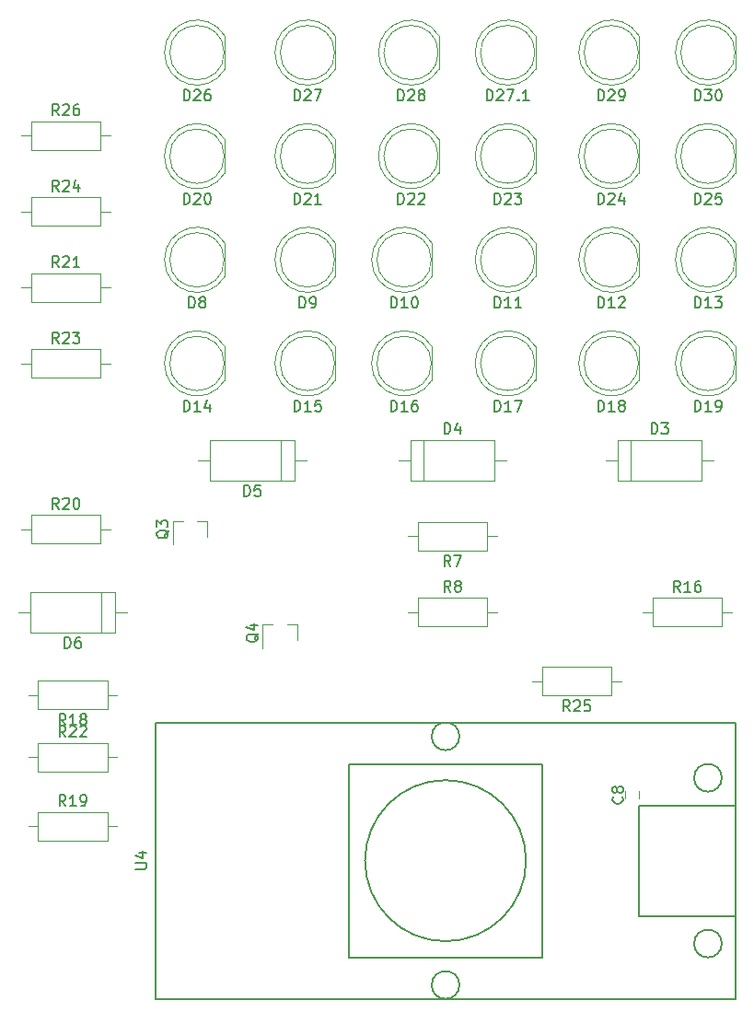
<source format=gbr>
G04 #@! TF.GenerationSoftware,KiCad,Pcbnew,(5.1.4)-1*
G04 #@! TF.CreationDate,2019-10-14T12:16:32+11:00*
G04 #@! TF.ProjectId,FoxCam,466f7843-616d-42e6-9b69-6361645f7063,rev?*
G04 #@! TF.SameCoordinates,Original*
G04 #@! TF.FileFunction,Legend,Top*
G04 #@! TF.FilePolarity,Positive*
%FSLAX46Y46*%
G04 Gerber Fmt 4.6, Leading zero omitted, Abs format (unit mm)*
G04 Created by KiCad (PCBNEW (5.1.4)-1) date 2019-10-14 12:16:32*
%MOMM*%
%LPD*%
G04 APERTURE LIST*
%ADD10C,0.120000*%
%ADD11C,0.150000*%
G04 APERTURE END LIST*
D10*
X175295000Y-100360000D02*
X175295000Y-99660000D01*
X176495000Y-99660000D02*
X176495000Y-100360000D01*
X162595000Y-77510000D02*
X162595000Y-74890000D01*
X162595000Y-74890000D02*
X156175000Y-74890000D01*
X156175000Y-74890000D02*
X156175000Y-77510000D01*
X156175000Y-77510000D02*
X162595000Y-77510000D01*
X163485000Y-76200000D02*
X162595000Y-76200000D01*
X155285000Y-76200000D02*
X156175000Y-76200000D01*
X156175000Y-81875000D02*
X156175000Y-84495000D01*
X156175000Y-84495000D02*
X162595000Y-84495000D01*
X162595000Y-84495000D02*
X162595000Y-81875000D01*
X162595000Y-81875000D02*
X156175000Y-81875000D01*
X155285000Y-83185000D02*
X156175000Y-83185000D01*
X163485000Y-83185000D02*
X162595000Y-83185000D01*
X177765000Y-81875000D02*
X177765000Y-84495000D01*
X177765000Y-84495000D02*
X184185000Y-84495000D01*
X184185000Y-84495000D02*
X184185000Y-81875000D01*
X184185000Y-81875000D02*
X177765000Y-81875000D01*
X176875000Y-83185000D02*
X177765000Y-83185000D01*
X185075000Y-83185000D02*
X184185000Y-83185000D01*
X127670000Y-92115000D02*
X127670000Y-89495000D01*
X127670000Y-89495000D02*
X121250000Y-89495000D01*
X121250000Y-89495000D02*
X121250000Y-92115000D01*
X121250000Y-92115000D02*
X127670000Y-92115000D01*
X128560000Y-90805000D02*
X127670000Y-90805000D01*
X120360000Y-90805000D02*
X121250000Y-90805000D01*
X121250000Y-101560000D02*
X121250000Y-104180000D01*
X121250000Y-104180000D02*
X127670000Y-104180000D01*
X127670000Y-104180000D02*
X127670000Y-101560000D01*
X127670000Y-101560000D02*
X121250000Y-101560000D01*
X120360000Y-102870000D02*
X121250000Y-102870000D01*
X128560000Y-102870000D02*
X127670000Y-102870000D01*
X120615000Y-74255000D02*
X120615000Y-76875000D01*
X120615000Y-76875000D02*
X127035000Y-76875000D01*
X127035000Y-76875000D02*
X127035000Y-74255000D01*
X127035000Y-74255000D02*
X120615000Y-74255000D01*
X119725000Y-75565000D02*
X120615000Y-75565000D01*
X127925000Y-75565000D02*
X127035000Y-75565000D01*
X121250000Y-95210000D02*
X121250000Y-97830000D01*
X121250000Y-97830000D02*
X127670000Y-97830000D01*
X127670000Y-97830000D02*
X127670000Y-95210000D01*
X127670000Y-95210000D02*
X121250000Y-95210000D01*
X120360000Y-96520000D02*
X121250000Y-96520000D01*
X128560000Y-96520000D02*
X127670000Y-96520000D01*
X120615000Y-52030000D02*
X120615000Y-54650000D01*
X120615000Y-54650000D02*
X127035000Y-54650000D01*
X127035000Y-54650000D02*
X127035000Y-52030000D01*
X127035000Y-52030000D02*
X120615000Y-52030000D01*
X119725000Y-53340000D02*
X120615000Y-53340000D01*
X127925000Y-53340000D02*
X127035000Y-53340000D01*
X120615000Y-59015000D02*
X120615000Y-61635000D01*
X120615000Y-61635000D02*
X127035000Y-61635000D01*
X127035000Y-61635000D02*
X127035000Y-59015000D01*
X127035000Y-59015000D02*
X120615000Y-59015000D01*
X119725000Y-60325000D02*
X120615000Y-60325000D01*
X127925000Y-60325000D02*
X127035000Y-60325000D01*
X120615000Y-45045000D02*
X120615000Y-47665000D01*
X120615000Y-47665000D02*
X127035000Y-47665000D01*
X127035000Y-47665000D02*
X127035000Y-45045000D01*
X127035000Y-45045000D02*
X120615000Y-45045000D01*
X119725000Y-46355000D02*
X120615000Y-46355000D01*
X127925000Y-46355000D02*
X127035000Y-46355000D01*
X174025000Y-90845000D02*
X174025000Y-88225000D01*
X174025000Y-88225000D02*
X167605000Y-88225000D01*
X167605000Y-88225000D02*
X167605000Y-90845000D01*
X167605000Y-90845000D02*
X174025000Y-90845000D01*
X174915000Y-89535000D02*
X174025000Y-89535000D01*
X166715000Y-89535000D02*
X167605000Y-89535000D01*
X120615000Y-38060000D02*
X120615000Y-40680000D01*
X120615000Y-40680000D02*
X127035000Y-40680000D01*
X127035000Y-40680000D02*
X127035000Y-38060000D01*
X127035000Y-38060000D02*
X120615000Y-38060000D01*
X119725000Y-39370000D02*
X120615000Y-39370000D01*
X127925000Y-39370000D02*
X127035000Y-39370000D01*
D11*
X160020000Y-117475000D02*
G75*
G03X160020000Y-117475000I-1270000J0D01*
G01*
X160020000Y-94615000D02*
G75*
G03X160020000Y-94615000I-1270000J0D01*
G01*
X167640000Y-114935000D02*
X149860000Y-114935000D01*
X167640000Y-97155000D02*
X167640000Y-114935000D01*
X149860000Y-97155000D02*
X167640000Y-97155000D01*
X149860000Y-114935000D02*
X149860000Y-97155000D01*
X166155309Y-106045000D02*
G75*
G03X166155309Y-106045000I-7405309J0D01*
G01*
X184150000Y-113665000D02*
G75*
G03X184150000Y-113665000I-1270000J0D01*
G01*
X184150000Y-98425000D02*
G75*
G03X184150000Y-98425000I-1270000J0D01*
G01*
X176530000Y-100965000D02*
X185420000Y-100965000D01*
X176530000Y-111125000D02*
X176530000Y-100965000D01*
X185420000Y-111125000D02*
X176530000Y-111125000D01*
X132080000Y-118745000D02*
X132080000Y-117475000D01*
X185420000Y-118745000D02*
X132080000Y-118745000D01*
X185420000Y-93345000D02*
X185420000Y-118745000D01*
X185420000Y-93345000D02*
X132080000Y-93345000D01*
X132080000Y-94615000D02*
X132080000Y-93345000D01*
X132080000Y-117475000D02*
X132080000Y-94615000D01*
D10*
X179890000Y-31749538D02*
G75*
G03X185440000Y-33294830I2990000J-462D01*
G01*
X179890000Y-31750462D02*
G75*
G02X185440000Y-30205170I2990000J462D01*
G01*
X185380000Y-31750000D02*
G75*
G03X185380000Y-31750000I-2500000J0D01*
G01*
X185440000Y-33295000D02*
X185440000Y-30205000D01*
X171000000Y-31749538D02*
G75*
G03X176550000Y-33294830I2990000J-462D01*
G01*
X171000000Y-31750462D02*
G75*
G02X176550000Y-30205170I2990000J462D01*
G01*
X176490000Y-31750000D02*
G75*
G03X176490000Y-31750000I-2500000J0D01*
G01*
X176550000Y-33295000D02*
X176550000Y-30205000D01*
X152585000Y-31749538D02*
G75*
G03X158135000Y-33294830I2990000J-462D01*
G01*
X152585000Y-31750462D02*
G75*
G02X158135000Y-30205170I2990000J462D01*
G01*
X158075000Y-31750000D02*
G75*
G03X158075000Y-31750000I-2500000J0D01*
G01*
X158135000Y-33295000D02*
X158135000Y-30205000D01*
X161475000Y-31749538D02*
G75*
G03X167025000Y-33294830I2990000J-462D01*
G01*
X161475000Y-31750462D02*
G75*
G02X167025000Y-30205170I2990000J462D01*
G01*
X166965000Y-31750000D02*
G75*
G03X166965000Y-31750000I-2500000J0D01*
G01*
X167025000Y-33295000D02*
X167025000Y-30205000D01*
X143060000Y-31749538D02*
G75*
G03X148610000Y-33294830I2990000J-462D01*
G01*
X143060000Y-31750462D02*
G75*
G02X148610000Y-30205170I2990000J462D01*
G01*
X148550000Y-31750000D02*
G75*
G03X148550000Y-31750000I-2500000J0D01*
G01*
X148610000Y-33295000D02*
X148610000Y-30205000D01*
X132900000Y-31749538D02*
G75*
G03X138450000Y-33294830I2990000J-462D01*
G01*
X132900000Y-31750462D02*
G75*
G02X138450000Y-30205170I2990000J462D01*
G01*
X138390000Y-31750000D02*
G75*
G03X138390000Y-31750000I-2500000J0D01*
G01*
X138450000Y-33295000D02*
X138450000Y-30205000D01*
X179890000Y-41274538D02*
G75*
G03X185440000Y-42819830I2990000J-462D01*
G01*
X179890000Y-41275462D02*
G75*
G02X185440000Y-39730170I2990000J462D01*
G01*
X185380000Y-41275000D02*
G75*
G03X185380000Y-41275000I-2500000J0D01*
G01*
X185440000Y-42820000D02*
X185440000Y-39730000D01*
X171000000Y-41274538D02*
G75*
G03X176550000Y-42819830I2990000J-462D01*
G01*
X171000000Y-41275462D02*
G75*
G02X176550000Y-39730170I2990000J462D01*
G01*
X176490000Y-41275000D02*
G75*
G03X176490000Y-41275000I-2500000J0D01*
G01*
X176550000Y-42820000D02*
X176550000Y-39730000D01*
X161475000Y-41274538D02*
G75*
G03X167025000Y-42819830I2990000J-462D01*
G01*
X161475000Y-41275462D02*
G75*
G02X167025000Y-39730170I2990000J462D01*
G01*
X166965000Y-41275000D02*
G75*
G03X166965000Y-41275000I-2500000J0D01*
G01*
X167025000Y-42820000D02*
X167025000Y-39730000D01*
X152585000Y-41274538D02*
G75*
G03X158135000Y-42819830I2990000J-462D01*
G01*
X152585000Y-41275462D02*
G75*
G02X158135000Y-39730170I2990000J462D01*
G01*
X158075000Y-41275000D02*
G75*
G03X158075000Y-41275000I-2500000J0D01*
G01*
X158135000Y-42820000D02*
X158135000Y-39730000D01*
X143060000Y-41274538D02*
G75*
G03X148610000Y-42819830I2990000J-462D01*
G01*
X143060000Y-41275462D02*
G75*
G02X148610000Y-39730170I2990000J462D01*
G01*
X148550000Y-41275000D02*
G75*
G03X148550000Y-41275000I-2500000J0D01*
G01*
X148610000Y-42820000D02*
X148610000Y-39730000D01*
X132900000Y-41274538D02*
G75*
G03X138450000Y-42819830I2990000J-462D01*
G01*
X132900000Y-41275462D02*
G75*
G02X138450000Y-39730170I2990000J462D01*
G01*
X138390000Y-41275000D02*
G75*
G03X138390000Y-41275000I-2500000J0D01*
G01*
X138450000Y-42820000D02*
X138450000Y-39730000D01*
X179890000Y-60324538D02*
G75*
G03X185440000Y-61869830I2990000J-462D01*
G01*
X179890000Y-60325462D02*
G75*
G02X185440000Y-58780170I2990000J462D01*
G01*
X185380000Y-60325000D02*
G75*
G03X185380000Y-60325000I-2500000J0D01*
G01*
X185440000Y-61870000D02*
X185440000Y-58780000D01*
X171000000Y-60324538D02*
G75*
G03X176550000Y-61869830I2990000J-462D01*
G01*
X171000000Y-60325462D02*
G75*
G02X176550000Y-58780170I2990000J462D01*
G01*
X176490000Y-60325000D02*
G75*
G03X176490000Y-60325000I-2500000J0D01*
G01*
X176550000Y-61870000D02*
X176550000Y-58780000D01*
X161475000Y-60324538D02*
G75*
G03X167025000Y-61869830I2990000J-462D01*
G01*
X161475000Y-60325462D02*
G75*
G02X167025000Y-58780170I2990000J462D01*
G01*
X166965000Y-60325000D02*
G75*
G03X166965000Y-60325000I-2500000J0D01*
G01*
X167025000Y-61870000D02*
X167025000Y-58780000D01*
X151950000Y-60324538D02*
G75*
G03X157500000Y-61869830I2990000J-462D01*
G01*
X151950000Y-60325462D02*
G75*
G02X157500000Y-58780170I2990000J462D01*
G01*
X157440000Y-60325000D02*
G75*
G03X157440000Y-60325000I-2500000J0D01*
G01*
X157500000Y-61870000D02*
X157500000Y-58780000D01*
X143060000Y-60324538D02*
G75*
G03X148610000Y-61869830I2990000J-462D01*
G01*
X143060000Y-60325462D02*
G75*
G02X148610000Y-58780170I2990000J462D01*
G01*
X148550000Y-60325000D02*
G75*
G03X148550000Y-60325000I-2500000J0D01*
G01*
X148610000Y-61870000D02*
X148610000Y-58780000D01*
X132900000Y-60324538D02*
G75*
G03X138450000Y-61869830I2990000J-462D01*
G01*
X132900000Y-60325462D02*
G75*
G02X138450000Y-58780170I2990000J462D01*
G01*
X138390000Y-60325000D02*
G75*
G03X138390000Y-60325000I-2500000J0D01*
G01*
X138450000Y-61870000D02*
X138450000Y-58780000D01*
X179890000Y-50799538D02*
G75*
G03X185440000Y-52344830I2990000J-462D01*
G01*
X179890000Y-50800462D02*
G75*
G02X185440000Y-49255170I2990000J462D01*
G01*
X185380000Y-50800000D02*
G75*
G03X185380000Y-50800000I-2500000J0D01*
G01*
X185440000Y-52345000D02*
X185440000Y-49255000D01*
X171000000Y-50799538D02*
G75*
G03X176550000Y-52344830I2990000J-462D01*
G01*
X171000000Y-50800462D02*
G75*
G02X176550000Y-49255170I2990000J462D01*
G01*
X176490000Y-50800000D02*
G75*
G03X176490000Y-50800000I-2500000J0D01*
G01*
X176550000Y-52345000D02*
X176550000Y-49255000D01*
X161475000Y-50799538D02*
G75*
G03X167025000Y-52344830I2990000J-462D01*
G01*
X161475000Y-50800462D02*
G75*
G02X167025000Y-49255170I2990000J462D01*
G01*
X166965000Y-50800000D02*
G75*
G03X166965000Y-50800000I-2500000J0D01*
G01*
X167025000Y-52345000D02*
X167025000Y-49255000D01*
X151950000Y-50799538D02*
G75*
G03X157500000Y-52344830I2990000J-462D01*
G01*
X151950000Y-50800462D02*
G75*
G02X157500000Y-49255170I2990000J462D01*
G01*
X157440000Y-50800000D02*
G75*
G03X157440000Y-50800000I-2500000J0D01*
G01*
X157500000Y-52345000D02*
X157500000Y-49255000D01*
X143060000Y-50799538D02*
G75*
G03X148610000Y-52344830I2990000J-462D01*
G01*
X143060000Y-50800462D02*
G75*
G02X148610000Y-49255170I2990000J462D01*
G01*
X148550000Y-50800000D02*
G75*
G03X148550000Y-50800000I-2500000J0D01*
G01*
X148610000Y-52345000D02*
X148610000Y-49255000D01*
X132900000Y-50799538D02*
G75*
G03X138450000Y-52344830I2990000J-462D01*
G01*
X132900000Y-50800462D02*
G75*
G02X138450000Y-49255170I2990000J462D01*
G01*
X138390000Y-50800000D02*
G75*
G03X138390000Y-50800000I-2500000J0D01*
G01*
X138450000Y-52345000D02*
X138450000Y-49255000D01*
X155525000Y-67355000D02*
X155525000Y-71075000D01*
X155525000Y-71075000D02*
X163245000Y-71075000D01*
X163245000Y-71075000D02*
X163245000Y-67355000D01*
X163245000Y-67355000D02*
X155525000Y-67355000D01*
X154415000Y-69215000D02*
X155525000Y-69215000D01*
X164355000Y-69215000D02*
X163245000Y-69215000D01*
X156725000Y-67355000D02*
X156725000Y-71075000D01*
X128320000Y-85045000D02*
X128320000Y-81325000D01*
X128320000Y-81325000D02*
X120600000Y-81325000D01*
X120600000Y-81325000D02*
X120600000Y-85045000D01*
X120600000Y-85045000D02*
X128320000Y-85045000D01*
X129430000Y-83185000D02*
X128320000Y-83185000D01*
X119490000Y-83185000D02*
X120600000Y-83185000D01*
X127120000Y-85045000D02*
X127120000Y-81325000D01*
X174575000Y-67355000D02*
X174575000Y-71075000D01*
X174575000Y-71075000D02*
X182295000Y-71075000D01*
X182295000Y-71075000D02*
X182295000Y-67355000D01*
X182295000Y-67355000D02*
X174575000Y-67355000D01*
X173465000Y-69215000D02*
X174575000Y-69215000D01*
X183405000Y-69215000D02*
X182295000Y-69215000D01*
X175775000Y-67355000D02*
X175775000Y-71075000D01*
X145090000Y-84330000D02*
X144160000Y-84330000D01*
X141930000Y-84330000D02*
X142860000Y-84330000D01*
X141930000Y-84330000D02*
X141930000Y-86490000D01*
X145090000Y-84330000D02*
X145090000Y-85790000D01*
X144830000Y-71075000D02*
X144830000Y-67355000D01*
X144830000Y-67355000D02*
X137110000Y-67355000D01*
X137110000Y-67355000D02*
X137110000Y-71075000D01*
X137110000Y-71075000D02*
X144830000Y-71075000D01*
X145940000Y-69215000D02*
X144830000Y-69215000D01*
X136000000Y-69215000D02*
X137110000Y-69215000D01*
X143630000Y-71075000D02*
X143630000Y-67355000D01*
X136835000Y-74805000D02*
X135905000Y-74805000D01*
X133675000Y-74805000D02*
X134605000Y-74805000D01*
X133675000Y-74805000D02*
X133675000Y-76965000D01*
X136835000Y-74805000D02*
X136835000Y-76265000D01*
D11*
X175002142Y-100176666D02*
X175049761Y-100224285D01*
X175097380Y-100367142D01*
X175097380Y-100462380D01*
X175049761Y-100605238D01*
X174954523Y-100700476D01*
X174859285Y-100748095D01*
X174668809Y-100795714D01*
X174525952Y-100795714D01*
X174335476Y-100748095D01*
X174240238Y-100700476D01*
X174145000Y-100605238D01*
X174097380Y-100462380D01*
X174097380Y-100367142D01*
X174145000Y-100224285D01*
X174192619Y-100176666D01*
X174525952Y-99605238D02*
X174478333Y-99700476D01*
X174430714Y-99748095D01*
X174335476Y-99795714D01*
X174287857Y-99795714D01*
X174192619Y-99748095D01*
X174145000Y-99700476D01*
X174097380Y-99605238D01*
X174097380Y-99414761D01*
X174145000Y-99319523D01*
X174192619Y-99271904D01*
X174287857Y-99224285D01*
X174335476Y-99224285D01*
X174430714Y-99271904D01*
X174478333Y-99319523D01*
X174525952Y-99414761D01*
X174525952Y-99605238D01*
X174573571Y-99700476D01*
X174621190Y-99748095D01*
X174716428Y-99795714D01*
X174906904Y-99795714D01*
X175002142Y-99748095D01*
X175049761Y-99700476D01*
X175097380Y-99605238D01*
X175097380Y-99414761D01*
X175049761Y-99319523D01*
X175002142Y-99271904D01*
X174906904Y-99224285D01*
X174716428Y-99224285D01*
X174621190Y-99271904D01*
X174573571Y-99319523D01*
X174525952Y-99414761D01*
X159218333Y-78962380D02*
X158885000Y-78486190D01*
X158646904Y-78962380D02*
X158646904Y-77962380D01*
X159027857Y-77962380D01*
X159123095Y-78010000D01*
X159170714Y-78057619D01*
X159218333Y-78152857D01*
X159218333Y-78295714D01*
X159170714Y-78390952D01*
X159123095Y-78438571D01*
X159027857Y-78486190D01*
X158646904Y-78486190D01*
X159551666Y-77962380D02*
X160218333Y-77962380D01*
X159789761Y-78962380D01*
X159218333Y-81327380D02*
X158885000Y-80851190D01*
X158646904Y-81327380D02*
X158646904Y-80327380D01*
X159027857Y-80327380D01*
X159123095Y-80375000D01*
X159170714Y-80422619D01*
X159218333Y-80517857D01*
X159218333Y-80660714D01*
X159170714Y-80755952D01*
X159123095Y-80803571D01*
X159027857Y-80851190D01*
X158646904Y-80851190D01*
X159789761Y-80755952D02*
X159694523Y-80708333D01*
X159646904Y-80660714D01*
X159599285Y-80565476D01*
X159599285Y-80517857D01*
X159646904Y-80422619D01*
X159694523Y-80375000D01*
X159789761Y-80327380D01*
X159980238Y-80327380D01*
X160075476Y-80375000D01*
X160123095Y-80422619D01*
X160170714Y-80517857D01*
X160170714Y-80565476D01*
X160123095Y-80660714D01*
X160075476Y-80708333D01*
X159980238Y-80755952D01*
X159789761Y-80755952D01*
X159694523Y-80803571D01*
X159646904Y-80851190D01*
X159599285Y-80946428D01*
X159599285Y-81136904D01*
X159646904Y-81232142D01*
X159694523Y-81279761D01*
X159789761Y-81327380D01*
X159980238Y-81327380D01*
X160075476Y-81279761D01*
X160123095Y-81232142D01*
X160170714Y-81136904D01*
X160170714Y-80946428D01*
X160123095Y-80851190D01*
X160075476Y-80803571D01*
X159980238Y-80755952D01*
X180332142Y-81327380D02*
X179998809Y-80851190D01*
X179760714Y-81327380D02*
X179760714Y-80327380D01*
X180141666Y-80327380D01*
X180236904Y-80375000D01*
X180284523Y-80422619D01*
X180332142Y-80517857D01*
X180332142Y-80660714D01*
X180284523Y-80755952D01*
X180236904Y-80803571D01*
X180141666Y-80851190D01*
X179760714Y-80851190D01*
X181284523Y-81327380D02*
X180713095Y-81327380D01*
X180998809Y-81327380D02*
X180998809Y-80327380D01*
X180903571Y-80470238D01*
X180808333Y-80565476D01*
X180713095Y-80613095D01*
X182141666Y-80327380D02*
X181951190Y-80327380D01*
X181855952Y-80375000D01*
X181808333Y-80422619D01*
X181713095Y-80565476D01*
X181665476Y-80755952D01*
X181665476Y-81136904D01*
X181713095Y-81232142D01*
X181760714Y-81279761D01*
X181855952Y-81327380D01*
X182046428Y-81327380D01*
X182141666Y-81279761D01*
X182189285Y-81232142D01*
X182236904Y-81136904D01*
X182236904Y-80898809D01*
X182189285Y-80803571D01*
X182141666Y-80755952D01*
X182046428Y-80708333D01*
X181855952Y-80708333D01*
X181760714Y-80755952D01*
X181713095Y-80803571D01*
X181665476Y-80898809D01*
X123817142Y-93567380D02*
X123483809Y-93091190D01*
X123245714Y-93567380D02*
X123245714Y-92567380D01*
X123626666Y-92567380D01*
X123721904Y-92615000D01*
X123769523Y-92662619D01*
X123817142Y-92757857D01*
X123817142Y-92900714D01*
X123769523Y-92995952D01*
X123721904Y-93043571D01*
X123626666Y-93091190D01*
X123245714Y-93091190D01*
X124769523Y-93567380D02*
X124198095Y-93567380D01*
X124483809Y-93567380D02*
X124483809Y-92567380D01*
X124388571Y-92710238D01*
X124293333Y-92805476D01*
X124198095Y-92853095D01*
X125340952Y-92995952D02*
X125245714Y-92948333D01*
X125198095Y-92900714D01*
X125150476Y-92805476D01*
X125150476Y-92757857D01*
X125198095Y-92662619D01*
X125245714Y-92615000D01*
X125340952Y-92567380D01*
X125531428Y-92567380D01*
X125626666Y-92615000D01*
X125674285Y-92662619D01*
X125721904Y-92757857D01*
X125721904Y-92805476D01*
X125674285Y-92900714D01*
X125626666Y-92948333D01*
X125531428Y-92995952D01*
X125340952Y-92995952D01*
X125245714Y-93043571D01*
X125198095Y-93091190D01*
X125150476Y-93186428D01*
X125150476Y-93376904D01*
X125198095Y-93472142D01*
X125245714Y-93519761D01*
X125340952Y-93567380D01*
X125531428Y-93567380D01*
X125626666Y-93519761D01*
X125674285Y-93472142D01*
X125721904Y-93376904D01*
X125721904Y-93186428D01*
X125674285Y-93091190D01*
X125626666Y-93043571D01*
X125531428Y-92995952D01*
X123817142Y-101012380D02*
X123483809Y-100536190D01*
X123245714Y-101012380D02*
X123245714Y-100012380D01*
X123626666Y-100012380D01*
X123721904Y-100060000D01*
X123769523Y-100107619D01*
X123817142Y-100202857D01*
X123817142Y-100345714D01*
X123769523Y-100440952D01*
X123721904Y-100488571D01*
X123626666Y-100536190D01*
X123245714Y-100536190D01*
X124769523Y-101012380D02*
X124198095Y-101012380D01*
X124483809Y-101012380D02*
X124483809Y-100012380D01*
X124388571Y-100155238D01*
X124293333Y-100250476D01*
X124198095Y-100298095D01*
X125245714Y-101012380D02*
X125436190Y-101012380D01*
X125531428Y-100964761D01*
X125579047Y-100917142D01*
X125674285Y-100774285D01*
X125721904Y-100583809D01*
X125721904Y-100202857D01*
X125674285Y-100107619D01*
X125626666Y-100060000D01*
X125531428Y-100012380D01*
X125340952Y-100012380D01*
X125245714Y-100060000D01*
X125198095Y-100107619D01*
X125150476Y-100202857D01*
X125150476Y-100440952D01*
X125198095Y-100536190D01*
X125245714Y-100583809D01*
X125340952Y-100631428D01*
X125531428Y-100631428D01*
X125626666Y-100583809D01*
X125674285Y-100536190D01*
X125721904Y-100440952D01*
X123182142Y-73707380D02*
X122848809Y-73231190D01*
X122610714Y-73707380D02*
X122610714Y-72707380D01*
X122991666Y-72707380D01*
X123086904Y-72755000D01*
X123134523Y-72802619D01*
X123182142Y-72897857D01*
X123182142Y-73040714D01*
X123134523Y-73135952D01*
X123086904Y-73183571D01*
X122991666Y-73231190D01*
X122610714Y-73231190D01*
X123563095Y-72802619D02*
X123610714Y-72755000D01*
X123705952Y-72707380D01*
X123944047Y-72707380D01*
X124039285Y-72755000D01*
X124086904Y-72802619D01*
X124134523Y-72897857D01*
X124134523Y-72993095D01*
X124086904Y-73135952D01*
X123515476Y-73707380D01*
X124134523Y-73707380D01*
X124753571Y-72707380D02*
X124848809Y-72707380D01*
X124944047Y-72755000D01*
X124991666Y-72802619D01*
X125039285Y-72897857D01*
X125086904Y-73088333D01*
X125086904Y-73326428D01*
X125039285Y-73516904D01*
X124991666Y-73612142D01*
X124944047Y-73659761D01*
X124848809Y-73707380D01*
X124753571Y-73707380D01*
X124658333Y-73659761D01*
X124610714Y-73612142D01*
X124563095Y-73516904D01*
X124515476Y-73326428D01*
X124515476Y-73088333D01*
X124563095Y-72897857D01*
X124610714Y-72802619D01*
X124658333Y-72755000D01*
X124753571Y-72707380D01*
X123817142Y-94662380D02*
X123483809Y-94186190D01*
X123245714Y-94662380D02*
X123245714Y-93662380D01*
X123626666Y-93662380D01*
X123721904Y-93710000D01*
X123769523Y-93757619D01*
X123817142Y-93852857D01*
X123817142Y-93995714D01*
X123769523Y-94090952D01*
X123721904Y-94138571D01*
X123626666Y-94186190D01*
X123245714Y-94186190D01*
X124198095Y-93757619D02*
X124245714Y-93710000D01*
X124340952Y-93662380D01*
X124579047Y-93662380D01*
X124674285Y-93710000D01*
X124721904Y-93757619D01*
X124769523Y-93852857D01*
X124769523Y-93948095D01*
X124721904Y-94090952D01*
X124150476Y-94662380D01*
X124769523Y-94662380D01*
X125150476Y-93757619D02*
X125198095Y-93710000D01*
X125293333Y-93662380D01*
X125531428Y-93662380D01*
X125626666Y-93710000D01*
X125674285Y-93757619D01*
X125721904Y-93852857D01*
X125721904Y-93948095D01*
X125674285Y-94090952D01*
X125102857Y-94662380D01*
X125721904Y-94662380D01*
X123182142Y-51482380D02*
X122848809Y-51006190D01*
X122610714Y-51482380D02*
X122610714Y-50482380D01*
X122991666Y-50482380D01*
X123086904Y-50530000D01*
X123134523Y-50577619D01*
X123182142Y-50672857D01*
X123182142Y-50815714D01*
X123134523Y-50910952D01*
X123086904Y-50958571D01*
X122991666Y-51006190D01*
X122610714Y-51006190D01*
X123563095Y-50577619D02*
X123610714Y-50530000D01*
X123705952Y-50482380D01*
X123944047Y-50482380D01*
X124039285Y-50530000D01*
X124086904Y-50577619D01*
X124134523Y-50672857D01*
X124134523Y-50768095D01*
X124086904Y-50910952D01*
X123515476Y-51482380D01*
X124134523Y-51482380D01*
X125086904Y-51482380D02*
X124515476Y-51482380D01*
X124801190Y-51482380D02*
X124801190Y-50482380D01*
X124705952Y-50625238D01*
X124610714Y-50720476D01*
X124515476Y-50768095D01*
X123182142Y-58467380D02*
X122848809Y-57991190D01*
X122610714Y-58467380D02*
X122610714Y-57467380D01*
X122991666Y-57467380D01*
X123086904Y-57515000D01*
X123134523Y-57562619D01*
X123182142Y-57657857D01*
X123182142Y-57800714D01*
X123134523Y-57895952D01*
X123086904Y-57943571D01*
X122991666Y-57991190D01*
X122610714Y-57991190D01*
X123563095Y-57562619D02*
X123610714Y-57515000D01*
X123705952Y-57467380D01*
X123944047Y-57467380D01*
X124039285Y-57515000D01*
X124086904Y-57562619D01*
X124134523Y-57657857D01*
X124134523Y-57753095D01*
X124086904Y-57895952D01*
X123515476Y-58467380D01*
X124134523Y-58467380D01*
X124467857Y-57467380D02*
X125086904Y-57467380D01*
X124753571Y-57848333D01*
X124896428Y-57848333D01*
X124991666Y-57895952D01*
X125039285Y-57943571D01*
X125086904Y-58038809D01*
X125086904Y-58276904D01*
X125039285Y-58372142D01*
X124991666Y-58419761D01*
X124896428Y-58467380D01*
X124610714Y-58467380D01*
X124515476Y-58419761D01*
X124467857Y-58372142D01*
X123182142Y-44497380D02*
X122848809Y-44021190D01*
X122610714Y-44497380D02*
X122610714Y-43497380D01*
X122991666Y-43497380D01*
X123086904Y-43545000D01*
X123134523Y-43592619D01*
X123182142Y-43687857D01*
X123182142Y-43830714D01*
X123134523Y-43925952D01*
X123086904Y-43973571D01*
X122991666Y-44021190D01*
X122610714Y-44021190D01*
X123563095Y-43592619D02*
X123610714Y-43545000D01*
X123705952Y-43497380D01*
X123944047Y-43497380D01*
X124039285Y-43545000D01*
X124086904Y-43592619D01*
X124134523Y-43687857D01*
X124134523Y-43783095D01*
X124086904Y-43925952D01*
X123515476Y-44497380D01*
X124134523Y-44497380D01*
X124991666Y-43830714D02*
X124991666Y-44497380D01*
X124753571Y-43449761D02*
X124515476Y-44164047D01*
X125134523Y-44164047D01*
X170172142Y-92297380D02*
X169838809Y-91821190D01*
X169600714Y-92297380D02*
X169600714Y-91297380D01*
X169981666Y-91297380D01*
X170076904Y-91345000D01*
X170124523Y-91392619D01*
X170172142Y-91487857D01*
X170172142Y-91630714D01*
X170124523Y-91725952D01*
X170076904Y-91773571D01*
X169981666Y-91821190D01*
X169600714Y-91821190D01*
X170553095Y-91392619D02*
X170600714Y-91345000D01*
X170695952Y-91297380D01*
X170934047Y-91297380D01*
X171029285Y-91345000D01*
X171076904Y-91392619D01*
X171124523Y-91487857D01*
X171124523Y-91583095D01*
X171076904Y-91725952D01*
X170505476Y-92297380D01*
X171124523Y-92297380D01*
X172029285Y-91297380D02*
X171553095Y-91297380D01*
X171505476Y-91773571D01*
X171553095Y-91725952D01*
X171648333Y-91678333D01*
X171886428Y-91678333D01*
X171981666Y-91725952D01*
X172029285Y-91773571D01*
X172076904Y-91868809D01*
X172076904Y-92106904D01*
X172029285Y-92202142D01*
X171981666Y-92249761D01*
X171886428Y-92297380D01*
X171648333Y-92297380D01*
X171553095Y-92249761D01*
X171505476Y-92202142D01*
X123182142Y-37512380D02*
X122848809Y-37036190D01*
X122610714Y-37512380D02*
X122610714Y-36512380D01*
X122991666Y-36512380D01*
X123086904Y-36560000D01*
X123134523Y-36607619D01*
X123182142Y-36702857D01*
X123182142Y-36845714D01*
X123134523Y-36940952D01*
X123086904Y-36988571D01*
X122991666Y-37036190D01*
X122610714Y-37036190D01*
X123563095Y-36607619D02*
X123610714Y-36560000D01*
X123705952Y-36512380D01*
X123944047Y-36512380D01*
X124039285Y-36560000D01*
X124086904Y-36607619D01*
X124134523Y-36702857D01*
X124134523Y-36798095D01*
X124086904Y-36940952D01*
X123515476Y-37512380D01*
X124134523Y-37512380D01*
X124991666Y-36512380D02*
X124801190Y-36512380D01*
X124705952Y-36560000D01*
X124658333Y-36607619D01*
X124563095Y-36750476D01*
X124515476Y-36940952D01*
X124515476Y-37321904D01*
X124563095Y-37417142D01*
X124610714Y-37464761D01*
X124705952Y-37512380D01*
X124896428Y-37512380D01*
X124991666Y-37464761D01*
X125039285Y-37417142D01*
X125086904Y-37321904D01*
X125086904Y-37083809D01*
X125039285Y-36988571D01*
X124991666Y-36940952D01*
X124896428Y-36893333D01*
X124705952Y-36893333D01*
X124610714Y-36940952D01*
X124563095Y-36988571D01*
X124515476Y-37083809D01*
X130262380Y-106806904D02*
X131071904Y-106806904D01*
X131167142Y-106759285D01*
X131214761Y-106711666D01*
X131262380Y-106616428D01*
X131262380Y-106425952D01*
X131214761Y-106330714D01*
X131167142Y-106283095D01*
X131071904Y-106235476D01*
X130262380Y-106235476D01*
X130595714Y-105330714D02*
X131262380Y-105330714D01*
X130214761Y-105568809D02*
X130929047Y-105806904D01*
X130929047Y-105187857D01*
X181665714Y-36162380D02*
X181665714Y-35162380D01*
X181903809Y-35162380D01*
X182046666Y-35210000D01*
X182141904Y-35305238D01*
X182189523Y-35400476D01*
X182237142Y-35590952D01*
X182237142Y-35733809D01*
X182189523Y-35924285D01*
X182141904Y-36019523D01*
X182046666Y-36114761D01*
X181903809Y-36162380D01*
X181665714Y-36162380D01*
X182570476Y-35162380D02*
X183189523Y-35162380D01*
X182856190Y-35543333D01*
X182999047Y-35543333D01*
X183094285Y-35590952D01*
X183141904Y-35638571D01*
X183189523Y-35733809D01*
X183189523Y-35971904D01*
X183141904Y-36067142D01*
X183094285Y-36114761D01*
X182999047Y-36162380D01*
X182713333Y-36162380D01*
X182618095Y-36114761D01*
X182570476Y-36067142D01*
X183808571Y-35162380D02*
X183903809Y-35162380D01*
X183999047Y-35210000D01*
X184046666Y-35257619D01*
X184094285Y-35352857D01*
X184141904Y-35543333D01*
X184141904Y-35781428D01*
X184094285Y-35971904D01*
X184046666Y-36067142D01*
X183999047Y-36114761D01*
X183903809Y-36162380D01*
X183808571Y-36162380D01*
X183713333Y-36114761D01*
X183665714Y-36067142D01*
X183618095Y-35971904D01*
X183570476Y-35781428D01*
X183570476Y-35543333D01*
X183618095Y-35352857D01*
X183665714Y-35257619D01*
X183713333Y-35210000D01*
X183808571Y-35162380D01*
X172775714Y-36162380D02*
X172775714Y-35162380D01*
X173013809Y-35162380D01*
X173156666Y-35210000D01*
X173251904Y-35305238D01*
X173299523Y-35400476D01*
X173347142Y-35590952D01*
X173347142Y-35733809D01*
X173299523Y-35924285D01*
X173251904Y-36019523D01*
X173156666Y-36114761D01*
X173013809Y-36162380D01*
X172775714Y-36162380D01*
X173728095Y-35257619D02*
X173775714Y-35210000D01*
X173870952Y-35162380D01*
X174109047Y-35162380D01*
X174204285Y-35210000D01*
X174251904Y-35257619D01*
X174299523Y-35352857D01*
X174299523Y-35448095D01*
X174251904Y-35590952D01*
X173680476Y-36162380D01*
X174299523Y-36162380D01*
X174775714Y-36162380D02*
X174966190Y-36162380D01*
X175061428Y-36114761D01*
X175109047Y-36067142D01*
X175204285Y-35924285D01*
X175251904Y-35733809D01*
X175251904Y-35352857D01*
X175204285Y-35257619D01*
X175156666Y-35210000D01*
X175061428Y-35162380D01*
X174870952Y-35162380D01*
X174775714Y-35210000D01*
X174728095Y-35257619D01*
X174680476Y-35352857D01*
X174680476Y-35590952D01*
X174728095Y-35686190D01*
X174775714Y-35733809D01*
X174870952Y-35781428D01*
X175061428Y-35781428D01*
X175156666Y-35733809D01*
X175204285Y-35686190D01*
X175251904Y-35590952D01*
X154360714Y-36162380D02*
X154360714Y-35162380D01*
X154598809Y-35162380D01*
X154741666Y-35210000D01*
X154836904Y-35305238D01*
X154884523Y-35400476D01*
X154932142Y-35590952D01*
X154932142Y-35733809D01*
X154884523Y-35924285D01*
X154836904Y-36019523D01*
X154741666Y-36114761D01*
X154598809Y-36162380D01*
X154360714Y-36162380D01*
X155313095Y-35257619D02*
X155360714Y-35210000D01*
X155455952Y-35162380D01*
X155694047Y-35162380D01*
X155789285Y-35210000D01*
X155836904Y-35257619D01*
X155884523Y-35352857D01*
X155884523Y-35448095D01*
X155836904Y-35590952D01*
X155265476Y-36162380D01*
X155884523Y-36162380D01*
X156455952Y-35590952D02*
X156360714Y-35543333D01*
X156313095Y-35495714D01*
X156265476Y-35400476D01*
X156265476Y-35352857D01*
X156313095Y-35257619D01*
X156360714Y-35210000D01*
X156455952Y-35162380D01*
X156646428Y-35162380D01*
X156741666Y-35210000D01*
X156789285Y-35257619D01*
X156836904Y-35352857D01*
X156836904Y-35400476D01*
X156789285Y-35495714D01*
X156741666Y-35543333D01*
X156646428Y-35590952D01*
X156455952Y-35590952D01*
X156360714Y-35638571D01*
X156313095Y-35686190D01*
X156265476Y-35781428D01*
X156265476Y-35971904D01*
X156313095Y-36067142D01*
X156360714Y-36114761D01*
X156455952Y-36162380D01*
X156646428Y-36162380D01*
X156741666Y-36114761D01*
X156789285Y-36067142D01*
X156836904Y-35971904D01*
X156836904Y-35781428D01*
X156789285Y-35686190D01*
X156741666Y-35638571D01*
X156646428Y-35590952D01*
X162536428Y-36162380D02*
X162536428Y-35162380D01*
X162774523Y-35162380D01*
X162917380Y-35210000D01*
X163012619Y-35305238D01*
X163060238Y-35400476D01*
X163107857Y-35590952D01*
X163107857Y-35733809D01*
X163060238Y-35924285D01*
X163012619Y-36019523D01*
X162917380Y-36114761D01*
X162774523Y-36162380D01*
X162536428Y-36162380D01*
X163488809Y-35257619D02*
X163536428Y-35210000D01*
X163631666Y-35162380D01*
X163869761Y-35162380D01*
X163965000Y-35210000D01*
X164012619Y-35257619D01*
X164060238Y-35352857D01*
X164060238Y-35448095D01*
X164012619Y-35590952D01*
X163441190Y-36162380D01*
X164060238Y-36162380D01*
X164393571Y-35162380D02*
X165060238Y-35162380D01*
X164631666Y-36162380D01*
X165441190Y-36067142D02*
X165488809Y-36114761D01*
X165441190Y-36162380D01*
X165393571Y-36114761D01*
X165441190Y-36067142D01*
X165441190Y-36162380D01*
X166441190Y-36162380D02*
X165869761Y-36162380D01*
X166155476Y-36162380D02*
X166155476Y-35162380D01*
X166060238Y-35305238D01*
X165965000Y-35400476D01*
X165869761Y-35448095D01*
X144835714Y-36162380D02*
X144835714Y-35162380D01*
X145073809Y-35162380D01*
X145216666Y-35210000D01*
X145311904Y-35305238D01*
X145359523Y-35400476D01*
X145407142Y-35590952D01*
X145407142Y-35733809D01*
X145359523Y-35924285D01*
X145311904Y-36019523D01*
X145216666Y-36114761D01*
X145073809Y-36162380D01*
X144835714Y-36162380D01*
X145788095Y-35257619D02*
X145835714Y-35210000D01*
X145930952Y-35162380D01*
X146169047Y-35162380D01*
X146264285Y-35210000D01*
X146311904Y-35257619D01*
X146359523Y-35352857D01*
X146359523Y-35448095D01*
X146311904Y-35590952D01*
X145740476Y-36162380D01*
X146359523Y-36162380D01*
X146692857Y-35162380D02*
X147359523Y-35162380D01*
X146930952Y-36162380D01*
X134675714Y-36162380D02*
X134675714Y-35162380D01*
X134913809Y-35162380D01*
X135056666Y-35210000D01*
X135151904Y-35305238D01*
X135199523Y-35400476D01*
X135247142Y-35590952D01*
X135247142Y-35733809D01*
X135199523Y-35924285D01*
X135151904Y-36019523D01*
X135056666Y-36114761D01*
X134913809Y-36162380D01*
X134675714Y-36162380D01*
X135628095Y-35257619D02*
X135675714Y-35210000D01*
X135770952Y-35162380D01*
X136009047Y-35162380D01*
X136104285Y-35210000D01*
X136151904Y-35257619D01*
X136199523Y-35352857D01*
X136199523Y-35448095D01*
X136151904Y-35590952D01*
X135580476Y-36162380D01*
X136199523Y-36162380D01*
X137056666Y-35162380D02*
X136866190Y-35162380D01*
X136770952Y-35210000D01*
X136723333Y-35257619D01*
X136628095Y-35400476D01*
X136580476Y-35590952D01*
X136580476Y-35971904D01*
X136628095Y-36067142D01*
X136675714Y-36114761D01*
X136770952Y-36162380D01*
X136961428Y-36162380D01*
X137056666Y-36114761D01*
X137104285Y-36067142D01*
X137151904Y-35971904D01*
X137151904Y-35733809D01*
X137104285Y-35638571D01*
X137056666Y-35590952D01*
X136961428Y-35543333D01*
X136770952Y-35543333D01*
X136675714Y-35590952D01*
X136628095Y-35638571D01*
X136580476Y-35733809D01*
X181665714Y-45687380D02*
X181665714Y-44687380D01*
X181903809Y-44687380D01*
X182046666Y-44735000D01*
X182141904Y-44830238D01*
X182189523Y-44925476D01*
X182237142Y-45115952D01*
X182237142Y-45258809D01*
X182189523Y-45449285D01*
X182141904Y-45544523D01*
X182046666Y-45639761D01*
X181903809Y-45687380D01*
X181665714Y-45687380D01*
X182618095Y-44782619D02*
X182665714Y-44735000D01*
X182760952Y-44687380D01*
X182999047Y-44687380D01*
X183094285Y-44735000D01*
X183141904Y-44782619D01*
X183189523Y-44877857D01*
X183189523Y-44973095D01*
X183141904Y-45115952D01*
X182570476Y-45687380D01*
X183189523Y-45687380D01*
X184094285Y-44687380D02*
X183618095Y-44687380D01*
X183570476Y-45163571D01*
X183618095Y-45115952D01*
X183713333Y-45068333D01*
X183951428Y-45068333D01*
X184046666Y-45115952D01*
X184094285Y-45163571D01*
X184141904Y-45258809D01*
X184141904Y-45496904D01*
X184094285Y-45592142D01*
X184046666Y-45639761D01*
X183951428Y-45687380D01*
X183713333Y-45687380D01*
X183618095Y-45639761D01*
X183570476Y-45592142D01*
X172775714Y-45687380D02*
X172775714Y-44687380D01*
X173013809Y-44687380D01*
X173156666Y-44735000D01*
X173251904Y-44830238D01*
X173299523Y-44925476D01*
X173347142Y-45115952D01*
X173347142Y-45258809D01*
X173299523Y-45449285D01*
X173251904Y-45544523D01*
X173156666Y-45639761D01*
X173013809Y-45687380D01*
X172775714Y-45687380D01*
X173728095Y-44782619D02*
X173775714Y-44735000D01*
X173870952Y-44687380D01*
X174109047Y-44687380D01*
X174204285Y-44735000D01*
X174251904Y-44782619D01*
X174299523Y-44877857D01*
X174299523Y-44973095D01*
X174251904Y-45115952D01*
X173680476Y-45687380D01*
X174299523Y-45687380D01*
X175156666Y-45020714D02*
X175156666Y-45687380D01*
X174918571Y-44639761D02*
X174680476Y-45354047D01*
X175299523Y-45354047D01*
X163250714Y-45687380D02*
X163250714Y-44687380D01*
X163488809Y-44687380D01*
X163631666Y-44735000D01*
X163726904Y-44830238D01*
X163774523Y-44925476D01*
X163822142Y-45115952D01*
X163822142Y-45258809D01*
X163774523Y-45449285D01*
X163726904Y-45544523D01*
X163631666Y-45639761D01*
X163488809Y-45687380D01*
X163250714Y-45687380D01*
X164203095Y-44782619D02*
X164250714Y-44735000D01*
X164345952Y-44687380D01*
X164584047Y-44687380D01*
X164679285Y-44735000D01*
X164726904Y-44782619D01*
X164774523Y-44877857D01*
X164774523Y-44973095D01*
X164726904Y-45115952D01*
X164155476Y-45687380D01*
X164774523Y-45687380D01*
X165107857Y-44687380D02*
X165726904Y-44687380D01*
X165393571Y-45068333D01*
X165536428Y-45068333D01*
X165631666Y-45115952D01*
X165679285Y-45163571D01*
X165726904Y-45258809D01*
X165726904Y-45496904D01*
X165679285Y-45592142D01*
X165631666Y-45639761D01*
X165536428Y-45687380D01*
X165250714Y-45687380D01*
X165155476Y-45639761D01*
X165107857Y-45592142D01*
X154360714Y-45687380D02*
X154360714Y-44687380D01*
X154598809Y-44687380D01*
X154741666Y-44735000D01*
X154836904Y-44830238D01*
X154884523Y-44925476D01*
X154932142Y-45115952D01*
X154932142Y-45258809D01*
X154884523Y-45449285D01*
X154836904Y-45544523D01*
X154741666Y-45639761D01*
X154598809Y-45687380D01*
X154360714Y-45687380D01*
X155313095Y-44782619D02*
X155360714Y-44735000D01*
X155455952Y-44687380D01*
X155694047Y-44687380D01*
X155789285Y-44735000D01*
X155836904Y-44782619D01*
X155884523Y-44877857D01*
X155884523Y-44973095D01*
X155836904Y-45115952D01*
X155265476Y-45687380D01*
X155884523Y-45687380D01*
X156265476Y-44782619D02*
X156313095Y-44735000D01*
X156408333Y-44687380D01*
X156646428Y-44687380D01*
X156741666Y-44735000D01*
X156789285Y-44782619D01*
X156836904Y-44877857D01*
X156836904Y-44973095D01*
X156789285Y-45115952D01*
X156217857Y-45687380D01*
X156836904Y-45687380D01*
X144835714Y-45687380D02*
X144835714Y-44687380D01*
X145073809Y-44687380D01*
X145216666Y-44735000D01*
X145311904Y-44830238D01*
X145359523Y-44925476D01*
X145407142Y-45115952D01*
X145407142Y-45258809D01*
X145359523Y-45449285D01*
X145311904Y-45544523D01*
X145216666Y-45639761D01*
X145073809Y-45687380D01*
X144835714Y-45687380D01*
X145788095Y-44782619D02*
X145835714Y-44735000D01*
X145930952Y-44687380D01*
X146169047Y-44687380D01*
X146264285Y-44735000D01*
X146311904Y-44782619D01*
X146359523Y-44877857D01*
X146359523Y-44973095D01*
X146311904Y-45115952D01*
X145740476Y-45687380D01*
X146359523Y-45687380D01*
X147311904Y-45687380D02*
X146740476Y-45687380D01*
X147026190Y-45687380D02*
X147026190Y-44687380D01*
X146930952Y-44830238D01*
X146835714Y-44925476D01*
X146740476Y-44973095D01*
X134675714Y-45687380D02*
X134675714Y-44687380D01*
X134913809Y-44687380D01*
X135056666Y-44735000D01*
X135151904Y-44830238D01*
X135199523Y-44925476D01*
X135247142Y-45115952D01*
X135247142Y-45258809D01*
X135199523Y-45449285D01*
X135151904Y-45544523D01*
X135056666Y-45639761D01*
X134913809Y-45687380D01*
X134675714Y-45687380D01*
X135628095Y-44782619D02*
X135675714Y-44735000D01*
X135770952Y-44687380D01*
X136009047Y-44687380D01*
X136104285Y-44735000D01*
X136151904Y-44782619D01*
X136199523Y-44877857D01*
X136199523Y-44973095D01*
X136151904Y-45115952D01*
X135580476Y-45687380D01*
X136199523Y-45687380D01*
X136818571Y-44687380D02*
X136913809Y-44687380D01*
X137009047Y-44735000D01*
X137056666Y-44782619D01*
X137104285Y-44877857D01*
X137151904Y-45068333D01*
X137151904Y-45306428D01*
X137104285Y-45496904D01*
X137056666Y-45592142D01*
X137009047Y-45639761D01*
X136913809Y-45687380D01*
X136818571Y-45687380D01*
X136723333Y-45639761D01*
X136675714Y-45592142D01*
X136628095Y-45496904D01*
X136580476Y-45306428D01*
X136580476Y-45068333D01*
X136628095Y-44877857D01*
X136675714Y-44782619D01*
X136723333Y-44735000D01*
X136818571Y-44687380D01*
X181665714Y-64737380D02*
X181665714Y-63737380D01*
X181903809Y-63737380D01*
X182046666Y-63785000D01*
X182141904Y-63880238D01*
X182189523Y-63975476D01*
X182237142Y-64165952D01*
X182237142Y-64308809D01*
X182189523Y-64499285D01*
X182141904Y-64594523D01*
X182046666Y-64689761D01*
X181903809Y-64737380D01*
X181665714Y-64737380D01*
X183189523Y-64737380D02*
X182618095Y-64737380D01*
X182903809Y-64737380D02*
X182903809Y-63737380D01*
X182808571Y-63880238D01*
X182713333Y-63975476D01*
X182618095Y-64023095D01*
X183665714Y-64737380D02*
X183856190Y-64737380D01*
X183951428Y-64689761D01*
X183999047Y-64642142D01*
X184094285Y-64499285D01*
X184141904Y-64308809D01*
X184141904Y-63927857D01*
X184094285Y-63832619D01*
X184046666Y-63785000D01*
X183951428Y-63737380D01*
X183760952Y-63737380D01*
X183665714Y-63785000D01*
X183618095Y-63832619D01*
X183570476Y-63927857D01*
X183570476Y-64165952D01*
X183618095Y-64261190D01*
X183665714Y-64308809D01*
X183760952Y-64356428D01*
X183951428Y-64356428D01*
X184046666Y-64308809D01*
X184094285Y-64261190D01*
X184141904Y-64165952D01*
X172775714Y-64737380D02*
X172775714Y-63737380D01*
X173013809Y-63737380D01*
X173156666Y-63785000D01*
X173251904Y-63880238D01*
X173299523Y-63975476D01*
X173347142Y-64165952D01*
X173347142Y-64308809D01*
X173299523Y-64499285D01*
X173251904Y-64594523D01*
X173156666Y-64689761D01*
X173013809Y-64737380D01*
X172775714Y-64737380D01*
X174299523Y-64737380D02*
X173728095Y-64737380D01*
X174013809Y-64737380D02*
X174013809Y-63737380D01*
X173918571Y-63880238D01*
X173823333Y-63975476D01*
X173728095Y-64023095D01*
X174870952Y-64165952D02*
X174775714Y-64118333D01*
X174728095Y-64070714D01*
X174680476Y-63975476D01*
X174680476Y-63927857D01*
X174728095Y-63832619D01*
X174775714Y-63785000D01*
X174870952Y-63737380D01*
X175061428Y-63737380D01*
X175156666Y-63785000D01*
X175204285Y-63832619D01*
X175251904Y-63927857D01*
X175251904Y-63975476D01*
X175204285Y-64070714D01*
X175156666Y-64118333D01*
X175061428Y-64165952D01*
X174870952Y-64165952D01*
X174775714Y-64213571D01*
X174728095Y-64261190D01*
X174680476Y-64356428D01*
X174680476Y-64546904D01*
X174728095Y-64642142D01*
X174775714Y-64689761D01*
X174870952Y-64737380D01*
X175061428Y-64737380D01*
X175156666Y-64689761D01*
X175204285Y-64642142D01*
X175251904Y-64546904D01*
X175251904Y-64356428D01*
X175204285Y-64261190D01*
X175156666Y-64213571D01*
X175061428Y-64165952D01*
X163250714Y-64737380D02*
X163250714Y-63737380D01*
X163488809Y-63737380D01*
X163631666Y-63785000D01*
X163726904Y-63880238D01*
X163774523Y-63975476D01*
X163822142Y-64165952D01*
X163822142Y-64308809D01*
X163774523Y-64499285D01*
X163726904Y-64594523D01*
X163631666Y-64689761D01*
X163488809Y-64737380D01*
X163250714Y-64737380D01*
X164774523Y-64737380D02*
X164203095Y-64737380D01*
X164488809Y-64737380D02*
X164488809Y-63737380D01*
X164393571Y-63880238D01*
X164298333Y-63975476D01*
X164203095Y-64023095D01*
X165107857Y-63737380D02*
X165774523Y-63737380D01*
X165345952Y-64737380D01*
X153725714Y-64737380D02*
X153725714Y-63737380D01*
X153963809Y-63737380D01*
X154106666Y-63785000D01*
X154201904Y-63880238D01*
X154249523Y-63975476D01*
X154297142Y-64165952D01*
X154297142Y-64308809D01*
X154249523Y-64499285D01*
X154201904Y-64594523D01*
X154106666Y-64689761D01*
X153963809Y-64737380D01*
X153725714Y-64737380D01*
X155249523Y-64737380D02*
X154678095Y-64737380D01*
X154963809Y-64737380D02*
X154963809Y-63737380D01*
X154868571Y-63880238D01*
X154773333Y-63975476D01*
X154678095Y-64023095D01*
X156106666Y-63737380D02*
X155916190Y-63737380D01*
X155820952Y-63785000D01*
X155773333Y-63832619D01*
X155678095Y-63975476D01*
X155630476Y-64165952D01*
X155630476Y-64546904D01*
X155678095Y-64642142D01*
X155725714Y-64689761D01*
X155820952Y-64737380D01*
X156011428Y-64737380D01*
X156106666Y-64689761D01*
X156154285Y-64642142D01*
X156201904Y-64546904D01*
X156201904Y-64308809D01*
X156154285Y-64213571D01*
X156106666Y-64165952D01*
X156011428Y-64118333D01*
X155820952Y-64118333D01*
X155725714Y-64165952D01*
X155678095Y-64213571D01*
X155630476Y-64308809D01*
X144835714Y-64737380D02*
X144835714Y-63737380D01*
X145073809Y-63737380D01*
X145216666Y-63785000D01*
X145311904Y-63880238D01*
X145359523Y-63975476D01*
X145407142Y-64165952D01*
X145407142Y-64308809D01*
X145359523Y-64499285D01*
X145311904Y-64594523D01*
X145216666Y-64689761D01*
X145073809Y-64737380D01*
X144835714Y-64737380D01*
X146359523Y-64737380D02*
X145788095Y-64737380D01*
X146073809Y-64737380D02*
X146073809Y-63737380D01*
X145978571Y-63880238D01*
X145883333Y-63975476D01*
X145788095Y-64023095D01*
X147264285Y-63737380D02*
X146788095Y-63737380D01*
X146740476Y-64213571D01*
X146788095Y-64165952D01*
X146883333Y-64118333D01*
X147121428Y-64118333D01*
X147216666Y-64165952D01*
X147264285Y-64213571D01*
X147311904Y-64308809D01*
X147311904Y-64546904D01*
X147264285Y-64642142D01*
X147216666Y-64689761D01*
X147121428Y-64737380D01*
X146883333Y-64737380D01*
X146788095Y-64689761D01*
X146740476Y-64642142D01*
X134675714Y-64737380D02*
X134675714Y-63737380D01*
X134913809Y-63737380D01*
X135056666Y-63785000D01*
X135151904Y-63880238D01*
X135199523Y-63975476D01*
X135247142Y-64165952D01*
X135247142Y-64308809D01*
X135199523Y-64499285D01*
X135151904Y-64594523D01*
X135056666Y-64689761D01*
X134913809Y-64737380D01*
X134675714Y-64737380D01*
X136199523Y-64737380D02*
X135628095Y-64737380D01*
X135913809Y-64737380D02*
X135913809Y-63737380D01*
X135818571Y-63880238D01*
X135723333Y-63975476D01*
X135628095Y-64023095D01*
X137056666Y-64070714D02*
X137056666Y-64737380D01*
X136818571Y-63689761D02*
X136580476Y-64404047D01*
X137199523Y-64404047D01*
X181665714Y-55212380D02*
X181665714Y-54212380D01*
X181903809Y-54212380D01*
X182046666Y-54260000D01*
X182141904Y-54355238D01*
X182189523Y-54450476D01*
X182237142Y-54640952D01*
X182237142Y-54783809D01*
X182189523Y-54974285D01*
X182141904Y-55069523D01*
X182046666Y-55164761D01*
X181903809Y-55212380D01*
X181665714Y-55212380D01*
X183189523Y-55212380D02*
X182618095Y-55212380D01*
X182903809Y-55212380D02*
X182903809Y-54212380D01*
X182808571Y-54355238D01*
X182713333Y-54450476D01*
X182618095Y-54498095D01*
X183522857Y-54212380D02*
X184141904Y-54212380D01*
X183808571Y-54593333D01*
X183951428Y-54593333D01*
X184046666Y-54640952D01*
X184094285Y-54688571D01*
X184141904Y-54783809D01*
X184141904Y-55021904D01*
X184094285Y-55117142D01*
X184046666Y-55164761D01*
X183951428Y-55212380D01*
X183665714Y-55212380D01*
X183570476Y-55164761D01*
X183522857Y-55117142D01*
X172775714Y-55212380D02*
X172775714Y-54212380D01*
X173013809Y-54212380D01*
X173156666Y-54260000D01*
X173251904Y-54355238D01*
X173299523Y-54450476D01*
X173347142Y-54640952D01*
X173347142Y-54783809D01*
X173299523Y-54974285D01*
X173251904Y-55069523D01*
X173156666Y-55164761D01*
X173013809Y-55212380D01*
X172775714Y-55212380D01*
X174299523Y-55212380D02*
X173728095Y-55212380D01*
X174013809Y-55212380D02*
X174013809Y-54212380D01*
X173918571Y-54355238D01*
X173823333Y-54450476D01*
X173728095Y-54498095D01*
X174680476Y-54307619D02*
X174728095Y-54260000D01*
X174823333Y-54212380D01*
X175061428Y-54212380D01*
X175156666Y-54260000D01*
X175204285Y-54307619D01*
X175251904Y-54402857D01*
X175251904Y-54498095D01*
X175204285Y-54640952D01*
X174632857Y-55212380D01*
X175251904Y-55212380D01*
X163250714Y-55212380D02*
X163250714Y-54212380D01*
X163488809Y-54212380D01*
X163631666Y-54260000D01*
X163726904Y-54355238D01*
X163774523Y-54450476D01*
X163822142Y-54640952D01*
X163822142Y-54783809D01*
X163774523Y-54974285D01*
X163726904Y-55069523D01*
X163631666Y-55164761D01*
X163488809Y-55212380D01*
X163250714Y-55212380D01*
X164774523Y-55212380D02*
X164203095Y-55212380D01*
X164488809Y-55212380D02*
X164488809Y-54212380D01*
X164393571Y-54355238D01*
X164298333Y-54450476D01*
X164203095Y-54498095D01*
X165726904Y-55212380D02*
X165155476Y-55212380D01*
X165441190Y-55212380D02*
X165441190Y-54212380D01*
X165345952Y-54355238D01*
X165250714Y-54450476D01*
X165155476Y-54498095D01*
X153725714Y-55212380D02*
X153725714Y-54212380D01*
X153963809Y-54212380D01*
X154106666Y-54260000D01*
X154201904Y-54355238D01*
X154249523Y-54450476D01*
X154297142Y-54640952D01*
X154297142Y-54783809D01*
X154249523Y-54974285D01*
X154201904Y-55069523D01*
X154106666Y-55164761D01*
X153963809Y-55212380D01*
X153725714Y-55212380D01*
X155249523Y-55212380D02*
X154678095Y-55212380D01*
X154963809Y-55212380D02*
X154963809Y-54212380D01*
X154868571Y-54355238D01*
X154773333Y-54450476D01*
X154678095Y-54498095D01*
X155868571Y-54212380D02*
X155963809Y-54212380D01*
X156059047Y-54260000D01*
X156106666Y-54307619D01*
X156154285Y-54402857D01*
X156201904Y-54593333D01*
X156201904Y-54831428D01*
X156154285Y-55021904D01*
X156106666Y-55117142D01*
X156059047Y-55164761D01*
X155963809Y-55212380D01*
X155868571Y-55212380D01*
X155773333Y-55164761D01*
X155725714Y-55117142D01*
X155678095Y-55021904D01*
X155630476Y-54831428D01*
X155630476Y-54593333D01*
X155678095Y-54402857D01*
X155725714Y-54307619D01*
X155773333Y-54260000D01*
X155868571Y-54212380D01*
X145311904Y-55212380D02*
X145311904Y-54212380D01*
X145550000Y-54212380D01*
X145692857Y-54260000D01*
X145788095Y-54355238D01*
X145835714Y-54450476D01*
X145883333Y-54640952D01*
X145883333Y-54783809D01*
X145835714Y-54974285D01*
X145788095Y-55069523D01*
X145692857Y-55164761D01*
X145550000Y-55212380D01*
X145311904Y-55212380D01*
X146359523Y-55212380D02*
X146550000Y-55212380D01*
X146645238Y-55164761D01*
X146692857Y-55117142D01*
X146788095Y-54974285D01*
X146835714Y-54783809D01*
X146835714Y-54402857D01*
X146788095Y-54307619D01*
X146740476Y-54260000D01*
X146645238Y-54212380D01*
X146454761Y-54212380D01*
X146359523Y-54260000D01*
X146311904Y-54307619D01*
X146264285Y-54402857D01*
X146264285Y-54640952D01*
X146311904Y-54736190D01*
X146359523Y-54783809D01*
X146454761Y-54831428D01*
X146645238Y-54831428D01*
X146740476Y-54783809D01*
X146788095Y-54736190D01*
X146835714Y-54640952D01*
X135151904Y-55212380D02*
X135151904Y-54212380D01*
X135390000Y-54212380D01*
X135532857Y-54260000D01*
X135628095Y-54355238D01*
X135675714Y-54450476D01*
X135723333Y-54640952D01*
X135723333Y-54783809D01*
X135675714Y-54974285D01*
X135628095Y-55069523D01*
X135532857Y-55164761D01*
X135390000Y-55212380D01*
X135151904Y-55212380D01*
X136294761Y-54640952D02*
X136199523Y-54593333D01*
X136151904Y-54545714D01*
X136104285Y-54450476D01*
X136104285Y-54402857D01*
X136151904Y-54307619D01*
X136199523Y-54260000D01*
X136294761Y-54212380D01*
X136485238Y-54212380D01*
X136580476Y-54260000D01*
X136628095Y-54307619D01*
X136675714Y-54402857D01*
X136675714Y-54450476D01*
X136628095Y-54545714D01*
X136580476Y-54593333D01*
X136485238Y-54640952D01*
X136294761Y-54640952D01*
X136199523Y-54688571D01*
X136151904Y-54736190D01*
X136104285Y-54831428D01*
X136104285Y-55021904D01*
X136151904Y-55117142D01*
X136199523Y-55164761D01*
X136294761Y-55212380D01*
X136485238Y-55212380D01*
X136580476Y-55164761D01*
X136628095Y-55117142D01*
X136675714Y-55021904D01*
X136675714Y-54831428D01*
X136628095Y-54736190D01*
X136580476Y-54688571D01*
X136485238Y-54640952D01*
X158646904Y-66807380D02*
X158646904Y-65807380D01*
X158885000Y-65807380D01*
X159027857Y-65855000D01*
X159123095Y-65950238D01*
X159170714Y-66045476D01*
X159218333Y-66235952D01*
X159218333Y-66378809D01*
X159170714Y-66569285D01*
X159123095Y-66664523D01*
X159027857Y-66759761D01*
X158885000Y-66807380D01*
X158646904Y-66807380D01*
X160075476Y-66140714D02*
X160075476Y-66807380D01*
X159837380Y-65759761D02*
X159599285Y-66474047D01*
X160218333Y-66474047D01*
X123721904Y-86497380D02*
X123721904Y-85497380D01*
X123960000Y-85497380D01*
X124102857Y-85545000D01*
X124198095Y-85640238D01*
X124245714Y-85735476D01*
X124293333Y-85925952D01*
X124293333Y-86068809D01*
X124245714Y-86259285D01*
X124198095Y-86354523D01*
X124102857Y-86449761D01*
X123960000Y-86497380D01*
X123721904Y-86497380D01*
X125150476Y-85497380D02*
X124960000Y-85497380D01*
X124864761Y-85545000D01*
X124817142Y-85592619D01*
X124721904Y-85735476D01*
X124674285Y-85925952D01*
X124674285Y-86306904D01*
X124721904Y-86402142D01*
X124769523Y-86449761D01*
X124864761Y-86497380D01*
X125055238Y-86497380D01*
X125150476Y-86449761D01*
X125198095Y-86402142D01*
X125245714Y-86306904D01*
X125245714Y-86068809D01*
X125198095Y-85973571D01*
X125150476Y-85925952D01*
X125055238Y-85878333D01*
X124864761Y-85878333D01*
X124769523Y-85925952D01*
X124721904Y-85973571D01*
X124674285Y-86068809D01*
X177696904Y-66807380D02*
X177696904Y-65807380D01*
X177935000Y-65807380D01*
X178077857Y-65855000D01*
X178173095Y-65950238D01*
X178220714Y-66045476D01*
X178268333Y-66235952D01*
X178268333Y-66378809D01*
X178220714Y-66569285D01*
X178173095Y-66664523D01*
X178077857Y-66759761D01*
X177935000Y-66807380D01*
X177696904Y-66807380D01*
X178601666Y-65807380D02*
X179220714Y-65807380D01*
X178887380Y-66188333D01*
X179030238Y-66188333D01*
X179125476Y-66235952D01*
X179173095Y-66283571D01*
X179220714Y-66378809D01*
X179220714Y-66616904D01*
X179173095Y-66712142D01*
X179125476Y-66759761D01*
X179030238Y-66807380D01*
X178744523Y-66807380D01*
X178649285Y-66759761D01*
X178601666Y-66712142D01*
X141557619Y-85185238D02*
X141510000Y-85280476D01*
X141414761Y-85375714D01*
X141271904Y-85518571D01*
X141224285Y-85613809D01*
X141224285Y-85709047D01*
X141462380Y-85661428D02*
X141414761Y-85756666D01*
X141319523Y-85851904D01*
X141129047Y-85899523D01*
X140795714Y-85899523D01*
X140605238Y-85851904D01*
X140510000Y-85756666D01*
X140462380Y-85661428D01*
X140462380Y-85470952D01*
X140510000Y-85375714D01*
X140605238Y-85280476D01*
X140795714Y-85232857D01*
X141129047Y-85232857D01*
X141319523Y-85280476D01*
X141414761Y-85375714D01*
X141462380Y-85470952D01*
X141462380Y-85661428D01*
X140795714Y-84375714D02*
X141462380Y-84375714D01*
X140414761Y-84613809D02*
X141129047Y-84851904D01*
X141129047Y-84232857D01*
X140231904Y-72527380D02*
X140231904Y-71527380D01*
X140470000Y-71527380D01*
X140612857Y-71575000D01*
X140708095Y-71670238D01*
X140755714Y-71765476D01*
X140803333Y-71955952D01*
X140803333Y-72098809D01*
X140755714Y-72289285D01*
X140708095Y-72384523D01*
X140612857Y-72479761D01*
X140470000Y-72527380D01*
X140231904Y-72527380D01*
X141708095Y-71527380D02*
X141231904Y-71527380D01*
X141184285Y-72003571D01*
X141231904Y-71955952D01*
X141327142Y-71908333D01*
X141565238Y-71908333D01*
X141660476Y-71955952D01*
X141708095Y-72003571D01*
X141755714Y-72098809D01*
X141755714Y-72336904D01*
X141708095Y-72432142D01*
X141660476Y-72479761D01*
X141565238Y-72527380D01*
X141327142Y-72527380D01*
X141231904Y-72479761D01*
X141184285Y-72432142D01*
X133302619Y-75660238D02*
X133255000Y-75755476D01*
X133159761Y-75850714D01*
X133016904Y-75993571D01*
X132969285Y-76088809D01*
X132969285Y-76184047D01*
X133207380Y-76136428D02*
X133159761Y-76231666D01*
X133064523Y-76326904D01*
X132874047Y-76374523D01*
X132540714Y-76374523D01*
X132350238Y-76326904D01*
X132255000Y-76231666D01*
X132207380Y-76136428D01*
X132207380Y-75945952D01*
X132255000Y-75850714D01*
X132350238Y-75755476D01*
X132540714Y-75707857D01*
X132874047Y-75707857D01*
X133064523Y-75755476D01*
X133159761Y-75850714D01*
X133207380Y-75945952D01*
X133207380Y-76136428D01*
X132207380Y-75374523D02*
X132207380Y-74755476D01*
X132588333Y-75088809D01*
X132588333Y-74945952D01*
X132635952Y-74850714D01*
X132683571Y-74803095D01*
X132778809Y-74755476D01*
X133016904Y-74755476D01*
X133112142Y-74803095D01*
X133159761Y-74850714D01*
X133207380Y-74945952D01*
X133207380Y-75231666D01*
X133159761Y-75326904D01*
X133112142Y-75374523D01*
M02*

</source>
